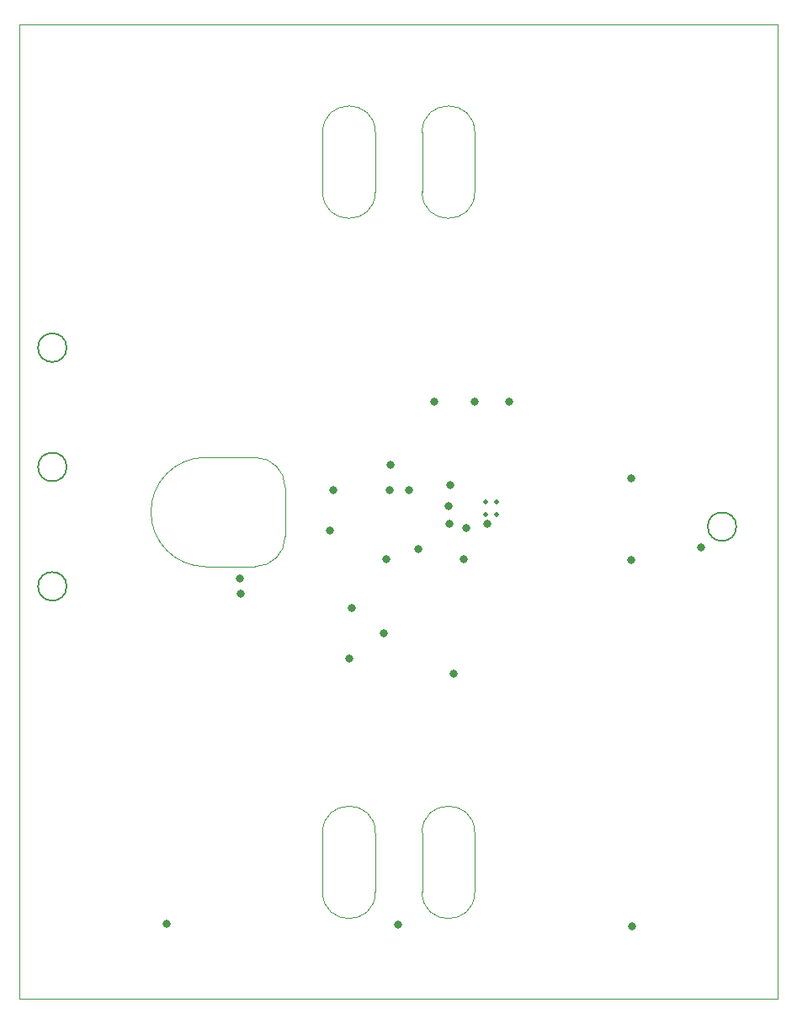
<source format=gbr>
%TF.GenerationSoftware,KiCad,Pcbnew,9.0.0*%
%TF.CreationDate,2025-04-21T01:21:51-04:00*%
%TF.ProjectId,xy_faces_CUpayload_v2,78795f66-6163-4657-935f-43557061796c,3.0*%
%TF.SameCoordinates,Original*%
%TF.FileFunction,Copper,L3,Inr*%
%TF.FilePolarity,Positive*%
%FSLAX46Y46*%
G04 Gerber Fmt 4.6, Leading zero omitted, Abs format (unit mm)*
G04 Created by KiCad (PCBNEW 9.0.0) date 2025-04-21 01:21:51*
%MOMM*%
%LPD*%
G01*
G04 APERTURE LIST*
%TA.AperFunction,HeatsinkPad*%
%ADD10C,0.500000*%
%TD*%
%TA.AperFunction,ViaPad*%
%ADD11C,0.800000*%
%TD*%
%TA.AperFunction,Profile*%
%ADD12C,0.050000*%
%TD*%
%TA.AperFunction,Profile*%
%ADD13C,0.100000*%
%TD*%
%TA.AperFunction,Profile*%
%ADD14C,0.200000*%
%TD*%
G04 APERTURE END LIST*
D10*
%TO.N,GND*%
%TO.C,U2*%
X154375000Y-115070000D03*
X154375000Y-113770000D03*
X153275000Y-115070000D03*
X153275000Y-113770000D03*
%TD*%
D11*
%TO.N,GND*%
X139500000Y-129500000D03*
X168000000Y-156390000D03*
X144450000Y-156250000D03*
X153400000Y-116000000D03*
X137600000Y-116650000D03*
X143250000Y-119550000D03*
X149675000Y-112100000D03*
X150000000Y-131000000D03*
X121120000Y-156220000D03*
X137912500Y-112600000D03*
X143000000Y-127000000D03*
X174900000Y-118350000D03*
X151000000Y-119500000D03*
%TO.N,+3V3*%
X143600000Y-112600000D03*
X155600000Y-103650000D03*
X149500000Y-114160000D03*
X148100000Y-103650000D03*
X151300000Y-116400000D03*
X152150000Y-103650000D03*
X143640000Y-110050000D03*
X145500000Y-112600000D03*
%TO.N,VSOLAR*%
X139750000Y-124450000D03*
%TO.N,SDA*%
X146500000Y-118500000D03*
X128560000Y-121470000D03*
%TO.N,SCL*%
X128630000Y-123030000D03*
X149600000Y-115990000D03*
%TO.N,Net-(SC5--)*%
X167900000Y-111350000D03*
X167850000Y-119600000D03*
%TD*%
D12*
X136850000Y-153000000D02*
X136850000Y-147000000D01*
X142150000Y-153000000D02*
X142150000Y-147000000D01*
X146850000Y-147000000D02*
X146850000Y-153000000D01*
X152150000Y-153000000D02*
X152150000Y-147000000D01*
X142150000Y-76600000D02*
X142150000Y-82600000D01*
X136850000Y-76600000D02*
X136850000Y-82600000D01*
X146850000Y-76600000D02*
X146850000Y-82600000D01*
X152150000Y-76600000D02*
X152150000Y-82600000D01*
X142150000Y-82600000D02*
G75*
G02*
X136850000Y-82600000I-2650000J0D01*
G01*
D13*
X106350000Y-65750000D02*
X182650000Y-65750000D01*
X182650000Y-163750000D01*
X106350000Y-163750000D01*
X106350000Y-65750000D01*
D12*
X133075000Y-117262500D02*
G75*
G02*
X130075000Y-120262500I-3000000J0D01*
G01*
X146850000Y-76600000D02*
G75*
G02*
X152150000Y-76600000I2650000J0D01*
G01*
X136850000Y-76600000D02*
G75*
G02*
X142150000Y-76600000I2650000J0D01*
G01*
X125050000Y-120262500D02*
G75*
G02*
X125050000Y-109287500I12500J5487500D01*
G01*
X136850000Y-147000000D02*
G75*
G02*
X142150000Y-147000000I2650000J0D01*
G01*
X125050000Y-120262500D02*
X130075000Y-120262500D01*
X142150000Y-153000000D02*
G75*
G02*
X136850000Y-153000000I-2650000J0D01*
G01*
D14*
X111087500Y-98250000D02*
G75*
G02*
X108212500Y-98250000I-1437500J0D01*
G01*
X108212500Y-98250000D02*
G75*
G02*
X111087500Y-98250000I1437500J0D01*
G01*
D12*
X146850000Y-147000000D02*
G75*
G02*
X152150000Y-147000000I2650000J0D01*
G01*
D14*
X111087500Y-110250000D02*
G75*
G02*
X108212500Y-110250000I-1437500J0D01*
G01*
X108212500Y-110250000D02*
G75*
G02*
X111087500Y-110250000I1437500J0D01*
G01*
X111087500Y-122250000D02*
G75*
G02*
X108212500Y-122250000I-1437500J0D01*
G01*
X108212500Y-122250000D02*
G75*
G02*
X111087500Y-122250000I1437500J0D01*
G01*
D12*
X152150000Y-153000000D02*
G75*
G02*
X146850000Y-153000000I-2650000J0D01*
G01*
X125050000Y-109287500D02*
X130075000Y-109287500D01*
D14*
X178462500Y-116250000D02*
G75*
G02*
X175587500Y-116250000I-1437500J0D01*
G01*
X175587500Y-116250000D02*
G75*
G02*
X178462500Y-116250000I1437500J0D01*
G01*
D12*
X133075000Y-117262500D02*
X133075000Y-112287500D01*
X152150000Y-82600000D02*
G75*
G02*
X146850000Y-82600000I-2650000J0D01*
G01*
X130075000Y-109287500D02*
G75*
G02*
X133075000Y-112287500I0J-3000000D01*
G01*
M02*

</source>
